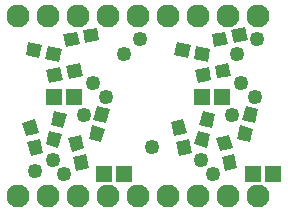
<source format=gts>
G04 MADE WITH FRITZING*
G04 WWW.FRITZING.ORG*
G04 DOUBLE SIDED*
G04 HOLES PLATED*
G04 CONTOUR ON CENTER OF CONTOUR VECTOR*
%ASAXBY*%
%FSLAX23Y23*%
%MOIN*%
%OFA0B0*%
%SFA1.0B1.0*%
%ADD10C,0.049370*%
%ADD11C,0.076929*%
%ADD12R,0.057244X0.053307*%
%ADD13C,0.010000*%
%LNMASK1*%
G90*
G70*
G54D10*
X540Y280D03*
X151Y203D03*
X704Y237D03*
X209Y237D03*
X247Y193D03*
X742Y193D03*
X806Y387D03*
X312Y387D03*
G54D11*
X95Y117D03*
X195Y117D03*
X295Y117D03*
X395Y117D03*
X495Y117D03*
X595Y117D03*
X695Y117D03*
X795Y117D03*
X895Y117D03*
X895Y718D03*
X795Y718D03*
X695Y718D03*
X595Y718D03*
X495Y718D03*
X395Y718D03*
X295Y718D03*
X195Y718D03*
X95Y718D03*
G54D10*
X387Y448D03*
X882Y448D03*
X342Y496D03*
X837Y496D03*
X446Y593D03*
X822Y593D03*
X499Y643D03*
X891Y643D03*
G54D12*
X876Y192D03*
X943Y192D03*
X707Y447D03*
X774Y447D03*
X381Y191D03*
X448Y191D03*
X212Y447D03*
X279Y447D03*
G54D13*
G36*
X809Y277D02*
X767Y267D01*
X755Y312D01*
X797Y323D01*
X809Y277D01*
G37*
D02*
G36*
X825Y212D02*
X783Y202D01*
X772Y248D01*
X814Y258D01*
X825Y212D01*
G37*
D02*
G36*
X785Y666D02*
X794Y624D01*
X748Y615D01*
X739Y657D01*
X785Y666D01*
G37*
D02*
G36*
X851Y680D02*
X860Y637D01*
X813Y628D01*
X805Y670D01*
X851Y680D01*
G37*
D02*
G36*
X835Y354D02*
X877Y343D01*
X866Y298D01*
X824Y308D01*
X835Y354D01*
G37*
D02*
G36*
X852Y419D02*
X894Y408D01*
X882Y363D01*
X840Y373D01*
X852Y419D01*
G37*
D02*
G36*
X669Y621D02*
X660Y578D01*
X614Y588D01*
X622Y630D01*
X669Y621D01*
G37*
D02*
G36*
X734Y608D02*
X726Y565D01*
X679Y575D01*
X688Y617D01*
X734Y608D01*
G37*
D02*
G36*
X740Y344D02*
X698Y355D01*
X709Y401D01*
X751Y390D01*
X740Y344D01*
G37*
D02*
G36*
X723Y279D02*
X681Y290D01*
X693Y336D01*
X735Y325D01*
X723Y279D01*
G37*
D02*
G36*
X730Y548D02*
X738Y506D01*
X692Y496D01*
X683Y539D01*
X730Y548D01*
G37*
D02*
G36*
X795Y562D02*
X804Y519D01*
X758Y510D01*
X749Y552D01*
X795Y562D01*
G37*
D02*
G36*
X245Y344D02*
X203Y355D01*
X214Y400D01*
X256Y390D01*
X245Y344D01*
G37*
D02*
G36*
X228Y279D02*
X186Y290D01*
X198Y335D01*
X240Y325D01*
X228Y279D01*
G37*
D02*
G36*
X314Y277D02*
X272Y266D01*
X260Y312D01*
X302Y323D01*
X314Y277D01*
G37*
D02*
G36*
X330Y212D02*
X288Y201D01*
X277Y247D01*
X319Y258D01*
X330Y212D01*
G37*
D02*
G36*
X340Y354D02*
X382Y343D01*
X371Y297D01*
X329Y308D01*
X340Y354D01*
G37*
D02*
G36*
X357Y419D02*
X399Y408D01*
X387Y362D01*
X345Y373D01*
X357Y419D01*
G37*
D02*
G36*
X290Y666D02*
X299Y624D01*
X253Y614D01*
X244Y657D01*
X290Y666D01*
G37*
D02*
G36*
X356Y679D02*
X364Y637D01*
X318Y627D01*
X310Y670D01*
X356Y679D01*
G37*
D02*
G36*
X235Y548D02*
X243Y505D01*
X197Y496D01*
X188Y538D01*
X235Y548D01*
G37*
D02*
G36*
X300Y561D02*
X309Y519D01*
X263Y509D01*
X254Y552D01*
X300Y561D01*
G37*
D02*
G36*
X174Y620D02*
X165Y578D01*
X119Y587D01*
X127Y630D01*
X174Y620D01*
G37*
D02*
G36*
X239Y607D02*
X231Y565D01*
X184Y574D01*
X193Y617D01*
X239Y607D01*
G37*
D02*
G36*
X657Y328D02*
X615Y318D01*
X603Y364D01*
X645Y374D01*
X657Y328D01*
G37*
D02*
G36*
X673Y263D02*
X631Y253D01*
X620Y299D01*
X662Y309D01*
X673Y263D01*
G37*
D02*
G36*
X162Y328D02*
X120Y317D01*
X108Y363D01*
X150Y374D01*
X162Y328D01*
G37*
D02*
G36*
X178Y263D02*
X136Y252D01*
X124Y298D01*
X166Y309D01*
X178Y263D01*
G37*
D02*
G04 End of Mask1*
M02*
</source>
